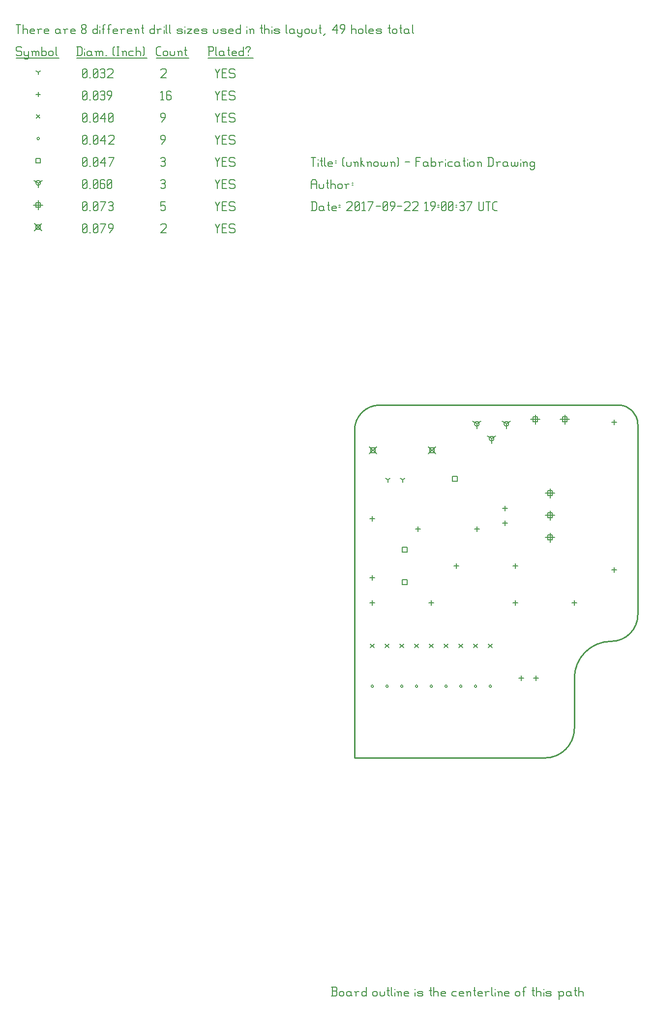
<source format=gbr>
G04 start of page 10 for group -1 layer_idx 16777221 *
G04 Title: (unknown), <virtual group> *
G04 Creator: pcb-rnd 1.2.4 *
G04 CreationDate: 2017-09-22 19:00:37 UTC *
G04 For:  *
G04 Format: Gerber/RS-274X *
G04 PCB-Dimensions: 600000 500000 *
G04 PCB-Coordinate-Origin: lower left *
%MOIN*%
%FSLAX25Y25*%
%LNFAB*%
%ADD76C,0.0100*%
%ADD75C,0.0075*%
%ADD74C,0.0060*%
%ADD73C,0.0080*%
G54D73*X239600Y362560D02*X244400Y357760D01*
X239600D02*X244400Y362560D01*
X240400Y361760D02*X243600D01*
X240400D02*Y358560D01*
X243600D01*
Y361760D02*Y358560D01*
X279600Y362560D02*X284400Y357760D01*
X279600D02*X284400Y362560D01*
X280400Y361760D02*X283600D01*
X280400D02*Y358560D01*
X283600D01*
Y361760D02*Y358560D01*
X12600Y513650D02*X17400Y508850D01*
X12600D02*X17400Y513650D01*
X13400Y512850D02*X16600D01*
X13400D02*Y509650D01*
X16600D01*
Y512850D02*Y509650D01*
G54D74*X135000Y513500D02*X136500Y510500D01*
X138000Y513500D01*
X136500Y510500D02*Y507500D01*
X139800Y510800D02*X142050D01*
X139800Y507500D02*X142800D01*
X139800Y513500D02*Y507500D01*
Y513500D02*X142800D01*
X147600D02*X148350Y512750D01*
X145350Y513500D02*X147600D01*
X144600Y512750D02*X145350Y513500D01*
X144600Y512750D02*Y511250D01*
X145350Y510500D01*
X147600D01*
X148350Y509750D01*
Y508250D01*
X147600Y507500D02*X148350Y508250D01*
X145350Y507500D02*X147600D01*
X144600Y508250D02*X145350Y507500D01*
X98000Y512750D02*X98750Y513500D01*
X101000D01*
X101750Y512750D01*
Y511250D01*
X98000Y507500D02*X101750Y511250D01*
X98000Y507500D02*X101750D01*
X45000Y508250D02*X45750Y507500D01*
X45000Y512750D02*Y508250D01*
Y512750D02*X45750Y513500D01*
X47250D01*
X48000Y512750D01*
Y508250D01*
X47250Y507500D02*X48000Y508250D01*
X45750Y507500D02*X47250D01*
X45000Y509000D02*X48000Y512000D01*
X49800Y507500D02*X50550D01*
X52350Y508250D02*X53100Y507500D01*
X52350Y512750D02*Y508250D01*
Y512750D02*X53100Y513500D01*
X54600D01*
X55350Y512750D01*
Y508250D01*
X54600Y507500D02*X55350Y508250D01*
X53100Y507500D02*X54600D01*
X52350Y509000D02*X55350Y512000D01*
X57900Y507500D02*X60900Y513500D01*
X57150D02*X60900D01*
X63450Y507500D02*X65700Y510500D01*
Y512750D02*Y510500D01*
X64950Y513500D02*X65700Y512750D01*
X63450Y513500D02*X64950D01*
X62700Y512750D02*X63450Y513500D01*
X62700Y512750D02*Y511250D01*
X63450Y510500D01*
X65700D01*
X372000Y384200D02*Y377800D01*
X368800Y381000D02*X375200D01*
X370400Y382600D02*X373600D01*
X370400D02*Y379400D01*
X373600D01*
Y382600D02*Y379400D01*
X352000Y384200D02*Y377800D01*
X348800Y381000D02*X355200D01*
X350400Y382600D02*X353600D01*
X350400D02*Y379400D01*
X353600D01*
Y382600D02*Y379400D01*
X362000Y334200D02*Y327800D01*
X358800Y331000D02*X365200D01*
X360400Y332600D02*X363600D01*
X360400D02*Y329400D01*
X363600D01*
Y332600D02*Y329400D01*
X362000Y319200D02*Y312800D01*
X358800Y316000D02*X365200D01*
X360400Y317600D02*X363600D01*
X360400D02*Y314400D01*
X363600D01*
Y317600D02*Y314400D01*
X362000Y304200D02*Y297800D01*
X358800Y301000D02*X365200D01*
X360400Y302600D02*X363600D01*
X360400D02*Y299400D01*
X363600D01*
Y302600D02*Y299400D01*
X15000Y529450D02*Y523050D01*
X11800Y526250D02*X18200D01*
X13400Y527850D02*X16600D01*
X13400D02*Y524650D01*
X16600D01*
Y527850D02*Y524650D01*
X135000Y528500D02*X136500Y525500D01*
X138000Y528500D01*
X136500Y525500D02*Y522500D01*
X139800Y525800D02*X142050D01*
X139800Y522500D02*X142800D01*
X139800Y528500D02*Y522500D01*
Y528500D02*X142800D01*
X147600D02*X148350Y527750D01*
X145350Y528500D02*X147600D01*
X144600Y527750D02*X145350Y528500D01*
X144600Y527750D02*Y526250D01*
X145350Y525500D01*
X147600D01*
X148350Y524750D01*
Y523250D01*
X147600Y522500D02*X148350Y523250D01*
X145350Y522500D02*X147600D01*
X144600Y523250D02*X145350Y522500D01*
X98000Y528500D02*X101000D01*
X98000D02*Y525500D01*
X98750Y526250D01*
X100250D01*
X101000Y525500D01*
Y523250D01*
X100250Y522500D02*X101000Y523250D01*
X98750Y522500D02*X100250D01*
X98000Y523250D02*X98750Y522500D01*
X45000Y523250D02*X45750Y522500D01*
X45000Y527750D02*Y523250D01*
Y527750D02*X45750Y528500D01*
X47250D01*
X48000Y527750D01*
Y523250D01*
X47250Y522500D02*X48000Y523250D01*
X45750Y522500D02*X47250D01*
X45000Y524000D02*X48000Y527000D01*
X49800Y522500D02*X50550D01*
X52350Y523250D02*X53100Y522500D01*
X52350Y527750D02*Y523250D01*
Y527750D02*X53100Y528500D01*
X54600D01*
X55350Y527750D01*
Y523250D01*
X54600Y522500D02*X55350Y523250D01*
X53100Y522500D02*X54600D01*
X52350Y524000D02*X55350Y527000D01*
X57900Y522500D02*X60900Y528500D01*
X57150D02*X60900D01*
X62700Y527750D02*X63450Y528500D01*
X64950D01*
X65700Y527750D01*
X64950Y522500D02*X65700Y523250D01*
X63450Y522500D02*X64950D01*
X62700Y523250D02*X63450Y522500D01*
Y525800D02*X64950D01*
X65700Y527750D02*Y526550D01*
Y525050D02*Y523250D01*
Y525050D02*X64950Y525800D01*
X65700Y526550D02*X64950Y525800D01*
X312387Y378000D02*Y374800D01*
Y378000D02*X315160Y379600D01*
X312387Y378000D02*X309614Y379600D01*
X310787Y378000D02*G75*G03X313987Y378000I1600J0D01*G01*
G75*G03X310787Y378000I-1600J0D01*G01*
X322387Y368000D02*Y364800D01*
Y368000D02*X325160Y369600D01*
X322387Y368000D02*X319614Y369600D01*
X320787Y368000D02*G75*G03X323987Y368000I1600J0D01*G01*
G75*G03X320787Y368000I-1600J0D01*G01*
X332387Y378000D02*Y374800D01*
Y378000D02*X335160Y379600D01*
X332387Y378000D02*X329614Y379600D01*
X330787Y378000D02*G75*G03X333987Y378000I1600J0D01*G01*
G75*G03X330787Y378000I-1600J0D01*G01*
X15000Y541250D02*Y538050D01*
Y541250D02*X17773Y542850D01*
X15000Y541250D02*X12227Y542850D01*
X13400Y541250D02*G75*G03X16600Y541250I1600J0D01*G01*
G75*G03X13400Y541250I-1600J0D01*G01*
X135000Y543500D02*X136500Y540500D01*
X138000Y543500D01*
X136500Y540500D02*Y537500D01*
X139800Y540800D02*X142050D01*
X139800Y537500D02*X142800D01*
X139800Y543500D02*Y537500D01*
Y543500D02*X142800D01*
X147600D02*X148350Y542750D01*
X145350Y543500D02*X147600D01*
X144600Y542750D02*X145350Y543500D01*
X144600Y542750D02*Y541250D01*
X145350Y540500D01*
X147600D01*
X148350Y539750D01*
Y538250D01*
X147600Y537500D02*X148350Y538250D01*
X145350Y537500D02*X147600D01*
X144600Y538250D02*X145350Y537500D01*
X98000Y542750D02*X98750Y543500D01*
X100250D01*
X101000Y542750D01*
X100250Y537500D02*X101000Y538250D01*
X98750Y537500D02*X100250D01*
X98000Y538250D02*X98750Y537500D01*
Y540800D02*X100250D01*
X101000Y542750D02*Y541550D01*
Y540050D02*Y538250D01*
Y540050D02*X100250Y540800D01*
X101000Y541550D02*X100250Y540800D01*
X45000Y538250D02*X45750Y537500D01*
X45000Y542750D02*Y538250D01*
Y542750D02*X45750Y543500D01*
X47250D01*
X48000Y542750D01*
Y538250D01*
X47250Y537500D02*X48000Y538250D01*
X45750Y537500D02*X47250D01*
X45000Y539000D02*X48000Y542000D01*
X49800Y537500D02*X50550D01*
X52350Y538250D02*X53100Y537500D01*
X52350Y542750D02*Y538250D01*
Y542750D02*X53100Y543500D01*
X54600D01*
X55350Y542750D01*
Y538250D01*
X54600Y537500D02*X55350Y538250D01*
X53100Y537500D02*X54600D01*
X52350Y539000D02*X55350Y542000D01*
X59400Y543500D02*X60150Y542750D01*
X57900Y543500D02*X59400D01*
X57150Y542750D02*X57900Y543500D01*
X57150Y542750D02*Y538250D01*
X57900Y537500D01*
X59400Y540800D02*X60150Y540050D01*
X57150Y540800D02*X59400D01*
X57900Y537500D02*X59400D01*
X60150Y538250D01*
Y540050D02*Y538250D01*
X61950D02*X62700Y537500D01*
X61950Y542750D02*Y538250D01*
Y542750D02*X62700Y543500D01*
X64200D01*
X64950Y542750D01*
Y538250D01*
X64200Y537500D02*X64950Y538250D01*
X62700Y537500D02*X64200D01*
X61950Y539000D02*X64950Y542000D01*
X261900Y272260D02*X265100D01*
X261900D02*Y269060D01*
X265100D01*
Y272260D02*Y269060D01*
X295900Y342260D02*X299100D01*
X295900D02*Y339060D01*
X299100D01*
Y342260D02*Y339060D01*
X261900Y294260D02*X265100D01*
X261900D02*Y291060D01*
X265100D01*
Y294260D02*Y291060D01*
X13400Y557850D02*X16600D01*
X13400D02*Y554650D01*
X16600D01*
Y557850D02*Y554650D01*
X135000Y558500D02*X136500Y555500D01*
X138000Y558500D01*
X136500Y555500D02*Y552500D01*
X139800Y555800D02*X142050D01*
X139800Y552500D02*X142800D01*
X139800Y558500D02*Y552500D01*
Y558500D02*X142800D01*
X147600D02*X148350Y557750D01*
X145350Y558500D02*X147600D01*
X144600Y557750D02*X145350Y558500D01*
X144600Y557750D02*Y556250D01*
X145350Y555500D01*
X147600D01*
X148350Y554750D01*
Y553250D01*
X147600Y552500D02*X148350Y553250D01*
X145350Y552500D02*X147600D01*
X144600Y553250D02*X145350Y552500D01*
X98000Y557750D02*X98750Y558500D01*
X100250D01*
X101000Y557750D01*
X100250Y552500D02*X101000Y553250D01*
X98750Y552500D02*X100250D01*
X98000Y553250D02*X98750Y552500D01*
Y555800D02*X100250D01*
X101000Y557750D02*Y556550D01*
Y555050D02*Y553250D01*
Y555050D02*X100250Y555800D01*
X101000Y556550D02*X100250Y555800D01*
X45000Y553250D02*X45750Y552500D01*
X45000Y557750D02*Y553250D01*
Y557750D02*X45750Y558500D01*
X47250D01*
X48000Y557750D01*
Y553250D01*
X47250Y552500D02*X48000Y553250D01*
X45750Y552500D02*X47250D01*
X45000Y554000D02*X48000Y557000D01*
X49800Y552500D02*X50550D01*
X52350Y553250D02*X53100Y552500D01*
X52350Y557750D02*Y553250D01*
Y557750D02*X53100Y558500D01*
X54600D01*
X55350Y557750D01*
Y553250D01*
X54600Y552500D02*X55350Y553250D01*
X53100Y552500D02*X54600D01*
X52350Y554000D02*X55350Y557000D01*
X57150Y554750D02*X60150Y558500D01*
X57150Y554750D02*X60900D01*
X60150Y558500D02*Y552500D01*
X63450D02*X66450Y558500D01*
X62700D02*X66450D01*
X320701Y200273D02*G75*G03X322301Y200273I800J0D01*G01*
G75*G03X320701Y200273I-800J0D01*G01*
X310701D02*G75*G03X312301Y200273I800J0D01*G01*
G75*G03X310701Y200273I-800J0D01*G01*
X300701D02*G75*G03X302301Y200273I800J0D01*G01*
G75*G03X300701Y200273I-800J0D01*G01*
X290701D02*G75*G03X292301Y200273I800J0D01*G01*
G75*G03X290701Y200273I-800J0D01*G01*
X280701D02*G75*G03X282301Y200273I800J0D01*G01*
G75*G03X280701Y200273I-800J0D01*G01*
X270701D02*G75*G03X272301Y200273I800J0D01*G01*
G75*G03X270701Y200273I-800J0D01*G01*
X260701D02*G75*G03X262301Y200273I800J0D01*G01*
G75*G03X260701Y200273I-800J0D01*G01*
X250701D02*G75*G03X252301Y200273I800J0D01*G01*
G75*G03X250701Y200273I-800J0D01*G01*
X240701D02*G75*G03X242301Y200273I800J0D01*G01*
G75*G03X240701Y200273I-800J0D01*G01*
X14200Y571250D02*G75*G03X15800Y571250I800J0D01*G01*
G75*G03X14200Y571250I-800J0D01*G01*
X135000Y573500D02*X136500Y570500D01*
X138000Y573500D01*
X136500Y570500D02*Y567500D01*
X139800Y570800D02*X142050D01*
X139800Y567500D02*X142800D01*
X139800Y573500D02*Y567500D01*
Y573500D02*X142800D01*
X147600D02*X148350Y572750D01*
X145350Y573500D02*X147600D01*
X144600Y572750D02*X145350Y573500D01*
X144600Y572750D02*Y571250D01*
X145350Y570500D01*
X147600D01*
X148350Y569750D01*
Y568250D01*
X147600Y567500D02*X148350Y568250D01*
X145350Y567500D02*X147600D01*
X144600Y568250D02*X145350Y567500D01*
X98750D02*X101000Y570500D01*
Y572750D02*Y570500D01*
X100250Y573500D02*X101000Y572750D01*
X98750Y573500D02*X100250D01*
X98000Y572750D02*X98750Y573500D01*
X98000Y572750D02*Y571250D01*
X98750Y570500D01*
X101000D01*
X45000Y568250D02*X45750Y567500D01*
X45000Y572750D02*Y568250D01*
Y572750D02*X45750Y573500D01*
X47250D01*
X48000Y572750D01*
Y568250D01*
X47250Y567500D02*X48000Y568250D01*
X45750Y567500D02*X47250D01*
X45000Y569000D02*X48000Y572000D01*
X49800Y567500D02*X50550D01*
X52350Y568250D02*X53100Y567500D01*
X52350Y572750D02*Y568250D01*
Y572750D02*X53100Y573500D01*
X54600D01*
X55350Y572750D01*
Y568250D01*
X54600Y567500D02*X55350Y568250D01*
X53100Y567500D02*X54600D01*
X52350Y569000D02*X55350Y572000D01*
X57150Y569750D02*X60150Y573500D01*
X57150Y569750D02*X60900D01*
X60150Y573500D02*Y567500D01*
X62700Y572750D02*X63450Y573500D01*
X65700D01*
X66450Y572750D01*
Y571250D01*
X62700Y567500D02*X66450Y571250D01*
X62700Y567500D02*X66450D01*
X240300Y228860D02*X242700Y226460D01*
X240300D02*X242700Y228860D01*
X250300D02*X252700Y226460D01*
X250300D02*X252700Y228860D01*
X260300D02*X262700Y226460D01*
X260300D02*X262700Y228860D01*
X270300D02*X272700Y226460D01*
X270300D02*X272700Y228860D01*
X280300D02*X282700Y226460D01*
X280300D02*X282700Y228860D01*
X290300D02*X292700Y226460D01*
X290300D02*X292700Y228860D01*
X300300D02*X302700Y226460D01*
X300300D02*X302700Y228860D01*
X310300D02*X312700Y226460D01*
X310300D02*X312700Y228860D01*
X320300D02*X322700Y226460D01*
X320300D02*X322700Y228860D01*
X13800Y587450D02*X16200Y585050D01*
X13800D02*X16200Y587450D01*
X135000Y588500D02*X136500Y585500D01*
X138000Y588500D01*
X136500Y585500D02*Y582500D01*
X139800Y585800D02*X142050D01*
X139800Y582500D02*X142800D01*
X139800Y588500D02*Y582500D01*
Y588500D02*X142800D01*
X147600D02*X148350Y587750D01*
X145350Y588500D02*X147600D01*
X144600Y587750D02*X145350Y588500D01*
X144600Y587750D02*Y586250D01*
X145350Y585500D01*
X147600D01*
X148350Y584750D01*
Y583250D01*
X147600Y582500D02*X148350Y583250D01*
X145350Y582500D02*X147600D01*
X144600Y583250D02*X145350Y582500D01*
X98750D02*X101000Y585500D01*
Y587750D02*Y585500D01*
X100250Y588500D02*X101000Y587750D01*
X98750Y588500D02*X100250D01*
X98000Y587750D02*X98750Y588500D01*
X98000Y587750D02*Y586250D01*
X98750Y585500D01*
X101000D01*
X45000Y583250D02*X45750Y582500D01*
X45000Y587750D02*Y583250D01*
Y587750D02*X45750Y588500D01*
X47250D01*
X48000Y587750D01*
Y583250D01*
X47250Y582500D02*X48000Y583250D01*
X45750Y582500D02*X47250D01*
X45000Y584000D02*X48000Y587000D01*
X49800Y582500D02*X50550D01*
X52350Y583250D02*X53100Y582500D01*
X52350Y587750D02*Y583250D01*
Y587750D02*X53100Y588500D01*
X54600D01*
X55350Y587750D01*
Y583250D01*
X54600Y582500D02*X55350Y583250D01*
X53100Y582500D02*X54600D01*
X52350Y584000D02*X55350Y587000D01*
X57150Y584750D02*X60150Y588500D01*
X57150Y584750D02*X60900D01*
X60150Y588500D02*Y582500D01*
X62700Y583250D02*X63450Y582500D01*
X62700Y587750D02*Y583250D01*
Y587750D02*X63450Y588500D01*
X64950D01*
X65700Y587750D01*
Y583250D01*
X64950Y582500D02*X65700Y583250D01*
X63450Y582500D02*X64950D01*
X62700Y584000D02*X65700Y587000D01*
X331500Y322260D02*Y319060D01*
X329900Y320660D02*X333100D01*
X331500Y312260D02*Y309060D01*
X329900Y310660D02*X333100D01*
X342500Y207260D02*Y204060D01*
X340900Y205660D02*X344100D01*
X352500Y207260D02*Y204060D01*
X350900Y205660D02*X354100D01*
X405500Y380760D02*Y377560D01*
X403900Y379160D02*X407100D01*
X405500Y280760D02*Y277560D01*
X403900Y279160D02*X407100D01*
X241500Y315260D02*Y312060D01*
X239900Y313660D02*X243100D01*
X241500Y275260D02*Y272060D01*
X239900Y273660D02*X243100D01*
X338500Y258260D02*Y255060D01*
X336900Y256660D02*X340100D01*
X378500Y258260D02*Y255060D01*
X376900Y256660D02*X380100D01*
X241500Y258260D02*Y255060D01*
X239900Y256660D02*X243100D01*
X281500Y258260D02*Y255060D01*
X279900Y256660D02*X283100D01*
X298500Y283260D02*Y280060D01*
X296900Y281660D02*X300100D01*
X338500Y283260D02*Y280060D01*
X336900Y281660D02*X340100D01*
X272500Y308260D02*Y305060D01*
X270900Y306660D02*X274100D01*
X312500Y308260D02*Y305060D01*
X310900Y306660D02*X314100D01*
X15000Y602850D02*Y599650D01*
X13400Y601250D02*X16600D01*
X135000Y603500D02*X136500Y600500D01*
X138000Y603500D01*
X136500Y600500D02*Y597500D01*
X139800Y600800D02*X142050D01*
X139800Y597500D02*X142800D01*
X139800Y603500D02*Y597500D01*
Y603500D02*X142800D01*
X147600D02*X148350Y602750D01*
X145350Y603500D02*X147600D01*
X144600Y602750D02*X145350Y603500D01*
X144600Y602750D02*Y601250D01*
X145350Y600500D01*
X147600D01*
X148350Y599750D01*
Y598250D01*
X147600Y597500D02*X148350Y598250D01*
X145350Y597500D02*X147600D01*
X144600Y598250D02*X145350Y597500D01*
X98000Y602300D02*X99200Y603500D01*
Y597500D01*
X98000D02*X100250D01*
X104300Y603500D02*X105050Y602750D01*
X102800Y603500D02*X104300D01*
X102050Y602750D02*X102800Y603500D01*
X102050Y602750D02*Y598250D01*
X102800Y597500D01*
X104300Y600800D02*X105050Y600050D01*
X102050Y600800D02*X104300D01*
X102800Y597500D02*X104300D01*
X105050Y598250D01*
Y600050D02*Y598250D01*
X45000D02*X45750Y597500D01*
X45000Y602750D02*Y598250D01*
Y602750D02*X45750Y603500D01*
X47250D01*
X48000Y602750D01*
Y598250D01*
X47250Y597500D02*X48000Y598250D01*
X45750Y597500D02*X47250D01*
X45000Y599000D02*X48000Y602000D01*
X49800Y597500D02*X50550D01*
X52350Y598250D02*X53100Y597500D01*
X52350Y602750D02*Y598250D01*
Y602750D02*X53100Y603500D01*
X54600D01*
X55350Y602750D01*
Y598250D01*
X54600Y597500D02*X55350Y598250D01*
X53100Y597500D02*X54600D01*
X52350Y599000D02*X55350Y602000D01*
X57150Y602750D02*X57900Y603500D01*
X59400D01*
X60150Y602750D01*
X59400Y597500D02*X60150Y598250D01*
X57900Y597500D02*X59400D01*
X57150Y598250D02*X57900Y597500D01*
Y600800D02*X59400D01*
X60150Y602750D02*Y601550D01*
Y600050D02*Y598250D01*
Y600050D02*X59400Y600800D01*
X60150Y601550D02*X59400Y600800D01*
X62700Y597500D02*X64950Y600500D01*
Y602750D02*Y600500D01*
X64200Y603500D02*X64950Y602750D01*
X62700Y603500D02*X64200D01*
X61950Y602750D02*X62700Y603500D01*
X61950Y602750D02*Y601250D01*
X62700Y600500D01*
X64950D01*
X252000Y340160D02*Y338560D01*
Y340160D02*X253387Y340960D01*
X252000Y340160D02*X250613Y340960D01*
X262000Y340160D02*Y338560D01*
Y340160D02*X263387Y340960D01*
X262000Y340160D02*X260613Y340960D01*
X15000Y616250D02*Y614650D01*
Y616250D02*X16387Y617050D01*
X15000Y616250D02*X13613Y617050D01*
X135000Y618500D02*X136500Y615500D01*
X138000Y618500D01*
X136500Y615500D02*Y612500D01*
X139800Y615800D02*X142050D01*
X139800Y612500D02*X142800D01*
X139800Y618500D02*Y612500D01*
Y618500D02*X142800D01*
X147600D02*X148350Y617750D01*
X145350Y618500D02*X147600D01*
X144600Y617750D02*X145350Y618500D01*
X144600Y617750D02*Y616250D01*
X145350Y615500D01*
X147600D01*
X148350Y614750D01*
Y613250D01*
X147600Y612500D02*X148350Y613250D01*
X145350Y612500D02*X147600D01*
X144600Y613250D02*X145350Y612500D01*
X98000Y617750D02*X98750Y618500D01*
X101000D01*
X101750Y617750D01*
Y616250D01*
X98000Y612500D02*X101750Y616250D01*
X98000Y612500D02*X101750D01*
X45000Y613250D02*X45750Y612500D01*
X45000Y617750D02*Y613250D01*
Y617750D02*X45750Y618500D01*
X47250D01*
X48000Y617750D01*
Y613250D01*
X47250Y612500D02*X48000Y613250D01*
X45750Y612500D02*X47250D01*
X45000Y614000D02*X48000Y617000D01*
X49800Y612500D02*X50550D01*
X52350Y613250D02*X53100Y612500D01*
X52350Y617750D02*Y613250D01*
Y617750D02*X53100Y618500D01*
X54600D01*
X55350Y617750D01*
Y613250D01*
X54600Y612500D02*X55350Y613250D01*
X53100Y612500D02*X54600D01*
X52350Y614000D02*X55350Y617000D01*
X57150Y617750D02*X57900Y618500D01*
X59400D01*
X60150Y617750D01*
X59400Y612500D02*X60150Y613250D01*
X57900Y612500D02*X59400D01*
X57150Y613250D02*X57900Y612500D01*
Y615800D02*X59400D01*
X60150Y617750D02*Y616550D01*
Y615050D02*Y613250D01*
Y615050D02*X59400Y615800D01*
X60150Y616550D02*X59400Y615800D01*
X61950Y617750D02*X62700Y618500D01*
X64950D01*
X65700Y617750D01*
Y616250D01*
X61950Y612500D02*X65700Y616250D01*
X61950Y612500D02*X65700D01*
X3000Y633500D02*X3750Y632750D01*
X750Y633500D02*X3000D01*
X0Y632750D02*X750Y633500D01*
X0Y632750D02*Y631250D01*
X750Y630500D01*
X3000D01*
X3750Y629750D01*
Y628250D01*
X3000Y627500D02*X3750Y628250D01*
X750Y627500D02*X3000D01*
X0Y628250D02*X750Y627500D01*
X5550Y630500D02*Y628250D01*
X6300Y627500D01*
X8550Y630500D02*Y626000D01*
X7800Y625250D02*X8550Y626000D01*
X6300Y625250D02*X7800D01*
X5550Y626000D02*X6300Y625250D01*
Y627500D02*X7800D01*
X8550Y628250D01*
X11100Y629750D02*Y627500D01*
Y629750D02*X11850Y630500D01*
X12600D01*
X13350Y629750D01*
Y627500D01*
Y629750D02*X14100Y630500D01*
X14850D01*
X15600Y629750D01*
Y627500D01*
X10350Y630500D02*X11100Y629750D01*
X17400Y633500D02*Y627500D01*
Y628250D02*X18150Y627500D01*
X19650D01*
X20400Y628250D01*
Y629750D02*Y628250D01*
X19650Y630500D02*X20400Y629750D01*
X18150Y630500D02*X19650D01*
X17400Y629750D02*X18150Y630500D01*
X22200Y629750D02*Y628250D01*
Y629750D02*X22950Y630500D01*
X24450D01*
X25200Y629750D01*
Y628250D01*
X24450Y627500D02*X25200Y628250D01*
X22950Y627500D02*X24450D01*
X22200Y628250D02*X22950Y627500D01*
X27000Y633500D02*Y628250D01*
X27750Y627500D01*
X0Y625750D02*X29250D01*
X41750Y633500D02*Y627500D01*
X43700Y633500D02*X44750Y632450D01*
Y628550D01*
X43700Y627500D02*X44750Y628550D01*
X41000Y627500D02*X43700D01*
X41000Y633500D02*X43700D01*
G54D75*X46550Y632000D02*Y631850D01*
G54D74*Y629750D02*Y627500D01*
X50300Y630500D02*X51050Y629750D01*
X48800Y630500D02*X50300D01*
X48050Y629750D02*X48800Y630500D01*
X48050Y629750D02*Y628250D01*
X48800Y627500D01*
X51050Y630500D02*Y628250D01*
X51800Y627500D01*
X48800D02*X50300D01*
X51050Y628250D01*
X54350Y629750D02*Y627500D01*
Y629750D02*X55100Y630500D01*
X55850D01*
X56600Y629750D01*
Y627500D01*
Y629750D02*X57350Y630500D01*
X58100D01*
X58850Y629750D01*
Y627500D01*
X53600Y630500D02*X54350Y629750D01*
X60650Y627500D02*X61400D01*
X65900Y628250D02*X66650Y627500D01*
X65900Y632750D02*X66650Y633500D01*
X65900Y632750D02*Y628250D01*
X68450Y633500D02*X69950D01*
X69200D02*Y627500D01*
X68450D02*X69950D01*
X72500Y629750D02*Y627500D01*
Y629750D02*X73250Y630500D01*
X74000D01*
X74750Y629750D01*
Y627500D01*
X71750Y630500D02*X72500Y629750D01*
X77300Y630500D02*X79550D01*
X76550Y629750D02*X77300Y630500D01*
X76550Y629750D02*Y628250D01*
X77300Y627500D01*
X79550D01*
X81350Y633500D02*Y627500D01*
Y629750D02*X82100Y630500D01*
X83600D01*
X84350Y629750D01*
Y627500D01*
X86150Y633500D02*X86900Y632750D01*
Y628250D01*
X86150Y627500D02*X86900Y628250D01*
X41000Y625750D02*X88700D01*
X96050Y627500D02*X98000D01*
X95000Y628550D02*X96050Y627500D01*
X95000Y632450D02*Y628550D01*
Y632450D02*X96050Y633500D01*
X98000D01*
X99800Y629750D02*Y628250D01*
Y629750D02*X100550Y630500D01*
X102050D01*
X102800Y629750D01*
Y628250D01*
X102050Y627500D02*X102800Y628250D01*
X100550Y627500D02*X102050D01*
X99800Y628250D02*X100550Y627500D01*
X104600Y630500D02*Y628250D01*
X105350Y627500D01*
X106850D01*
X107600Y628250D01*
Y630500D02*Y628250D01*
X110150Y629750D02*Y627500D01*
Y629750D02*X110900Y630500D01*
X111650D01*
X112400Y629750D01*
Y627500D01*
X109400Y630500D02*X110150Y629750D01*
X114950Y633500D02*Y628250D01*
X115700Y627500D01*
X114200Y631250D02*X115700D01*
X95000Y625750D02*X117200D01*
X130750Y633500D02*Y627500D01*
X130000Y633500D02*X133000D01*
X133750Y632750D01*
Y631250D01*
X133000Y630500D02*X133750Y631250D01*
X130750Y630500D02*X133000D01*
X135550Y633500D02*Y628250D01*
X136300Y627500D01*
X140050Y630500D02*X140800Y629750D01*
X138550Y630500D02*X140050D01*
X137800Y629750D02*X138550Y630500D01*
X137800Y629750D02*Y628250D01*
X138550Y627500D01*
X140800Y630500D02*Y628250D01*
X141550Y627500D01*
X138550D02*X140050D01*
X140800Y628250D01*
X144100Y633500D02*Y628250D01*
X144850Y627500D01*
X143350Y631250D02*X144850D01*
X147100Y627500D02*X149350D01*
X146350Y628250D02*X147100Y627500D01*
X146350Y629750D02*Y628250D01*
Y629750D02*X147100Y630500D01*
X148600D01*
X149350Y629750D01*
X146350Y629000D02*X149350D01*
Y629750D02*Y629000D01*
X154150Y633500D02*Y627500D01*
X153400D02*X154150Y628250D01*
X151900Y627500D02*X153400D01*
X151150Y628250D02*X151900Y627500D01*
X151150Y629750D02*Y628250D01*
Y629750D02*X151900Y630500D01*
X153400D01*
X154150Y629750D01*
X157450Y630500D02*Y629750D01*
Y628250D02*Y627500D01*
X155950Y632750D02*Y632000D01*
Y632750D02*X156700Y633500D01*
X158200D01*
X158950Y632750D01*
Y632000D01*
X157450Y630500D02*X158950Y632000D01*
X130000Y625750D02*X160750D01*
X0Y648500D02*X3000D01*
X1500D02*Y642500D01*
X4800Y648500D02*Y642500D01*
Y644750D02*X5550Y645500D01*
X7050D01*
X7800Y644750D01*
Y642500D01*
X10350D02*X12600D01*
X9600Y643250D02*X10350Y642500D01*
X9600Y644750D02*Y643250D01*
Y644750D02*X10350Y645500D01*
X11850D01*
X12600Y644750D01*
X9600Y644000D02*X12600D01*
Y644750D02*Y644000D01*
X15150Y644750D02*Y642500D01*
Y644750D02*X15900Y645500D01*
X17400D01*
X14400D02*X15150Y644750D01*
X19950Y642500D02*X22200D01*
X19200Y643250D02*X19950Y642500D01*
X19200Y644750D02*Y643250D01*
Y644750D02*X19950Y645500D01*
X21450D01*
X22200Y644750D01*
X19200Y644000D02*X22200D01*
Y644750D02*Y644000D01*
X28950Y645500D02*X29700Y644750D01*
X27450Y645500D02*X28950D01*
X26700Y644750D02*X27450Y645500D01*
X26700Y644750D02*Y643250D01*
X27450Y642500D01*
X29700Y645500D02*Y643250D01*
X30450Y642500D01*
X27450D02*X28950D01*
X29700Y643250D01*
X33000Y644750D02*Y642500D01*
Y644750D02*X33750Y645500D01*
X35250D01*
X32250D02*X33000Y644750D01*
X37800Y642500D02*X40050D01*
X37050Y643250D02*X37800Y642500D01*
X37050Y644750D02*Y643250D01*
Y644750D02*X37800Y645500D01*
X39300D01*
X40050Y644750D01*
X37050Y644000D02*X40050D01*
Y644750D02*Y644000D01*
X44550Y643250D02*X45300Y642500D01*
X44550Y644450D02*Y643250D01*
Y644450D02*X45600Y645500D01*
X46500D01*
X47550Y644450D01*
Y643250D01*
X46800Y642500D02*X47550Y643250D01*
X45300Y642500D02*X46800D01*
X44550Y646550D02*X45600Y645500D01*
X44550Y647750D02*Y646550D01*
Y647750D02*X45300Y648500D01*
X46800D01*
X47550Y647750D01*
Y646550D01*
X46500Y645500D02*X47550Y646550D01*
X55050Y648500D02*Y642500D01*
X54300D02*X55050Y643250D01*
X52800Y642500D02*X54300D01*
X52050Y643250D02*X52800Y642500D01*
X52050Y644750D02*Y643250D01*
Y644750D02*X52800Y645500D01*
X54300D01*
X55050Y644750D01*
G54D75*X56850Y647000D02*Y646850D01*
G54D74*Y644750D02*Y642500D01*
X59100Y647750D02*Y642500D01*
Y647750D02*X59850Y648500D01*
X60600D01*
X58350Y645500D02*X59850D01*
X62850Y647750D02*Y642500D01*
Y647750D02*X63600Y648500D01*
X64350D01*
X62100Y645500D02*X63600D01*
X66600Y642500D02*X68850D01*
X65850Y643250D02*X66600Y642500D01*
X65850Y644750D02*Y643250D01*
Y644750D02*X66600Y645500D01*
X68100D01*
X68850Y644750D01*
X65850Y644000D02*X68850D01*
Y644750D02*Y644000D01*
X71400Y644750D02*Y642500D01*
Y644750D02*X72150Y645500D01*
X73650D01*
X70650D02*X71400Y644750D01*
X76200Y642500D02*X78450D01*
X75450Y643250D02*X76200Y642500D01*
X75450Y644750D02*Y643250D01*
Y644750D02*X76200Y645500D01*
X77700D01*
X78450Y644750D01*
X75450Y644000D02*X78450D01*
Y644750D02*Y644000D01*
X81000Y644750D02*Y642500D01*
Y644750D02*X81750Y645500D01*
X82500D01*
X83250Y644750D01*
Y642500D01*
X80250Y645500D02*X81000Y644750D01*
X85800Y648500D02*Y643250D01*
X86550Y642500D01*
X85050Y646250D02*X86550D01*
X93750Y648500D02*Y642500D01*
X93000D02*X93750Y643250D01*
X91500Y642500D02*X93000D01*
X90750Y643250D02*X91500Y642500D01*
X90750Y644750D02*Y643250D01*
Y644750D02*X91500Y645500D01*
X93000D01*
X93750Y644750D01*
X96300D02*Y642500D01*
Y644750D02*X97050Y645500D01*
X98550D01*
X95550D02*X96300Y644750D01*
G54D75*X100350Y647000D02*Y646850D01*
G54D74*Y644750D02*Y642500D01*
X101850Y648500D02*Y643250D01*
X102600Y642500D01*
X104100Y648500D02*Y643250D01*
X104850Y642500D01*
X109800D02*X112050D01*
X112800Y643250D01*
X112050Y644000D02*X112800Y643250D01*
X109800Y644000D02*X112050D01*
X109050Y644750D02*X109800Y644000D01*
X109050Y644750D02*X109800Y645500D01*
X112050D01*
X112800Y644750D01*
X109050Y643250D02*X109800Y642500D01*
G54D75*X114600Y647000D02*Y646850D01*
G54D74*Y644750D02*Y642500D01*
X116100Y645500D02*X119100D01*
X116100Y642500D02*X119100Y645500D01*
X116100Y642500D02*X119100D01*
X121650D02*X123900D01*
X120900Y643250D02*X121650Y642500D01*
X120900Y644750D02*Y643250D01*
Y644750D02*X121650Y645500D01*
X123150D01*
X123900Y644750D01*
X120900Y644000D02*X123900D01*
Y644750D02*Y644000D01*
X126450Y642500D02*X128700D01*
X129450Y643250D01*
X128700Y644000D02*X129450Y643250D01*
X126450Y644000D02*X128700D01*
X125700Y644750D02*X126450Y644000D01*
X125700Y644750D02*X126450Y645500D01*
X128700D01*
X129450Y644750D01*
X125700Y643250D02*X126450Y642500D01*
X133950Y645500D02*Y643250D01*
X134700Y642500D01*
X136200D01*
X136950Y643250D01*
Y645500D02*Y643250D01*
X139500Y642500D02*X141750D01*
X142500Y643250D01*
X141750Y644000D02*X142500Y643250D01*
X139500Y644000D02*X141750D01*
X138750Y644750D02*X139500Y644000D01*
X138750Y644750D02*X139500Y645500D01*
X141750D01*
X142500Y644750D01*
X138750Y643250D02*X139500Y642500D01*
X145050D02*X147300D01*
X144300Y643250D02*X145050Y642500D01*
X144300Y644750D02*Y643250D01*
Y644750D02*X145050Y645500D01*
X146550D01*
X147300Y644750D01*
X144300Y644000D02*X147300D01*
Y644750D02*Y644000D01*
X152100Y648500D02*Y642500D01*
X151350D02*X152100Y643250D01*
X149850Y642500D02*X151350D01*
X149100Y643250D02*X149850Y642500D01*
X149100Y644750D02*Y643250D01*
Y644750D02*X149850Y645500D01*
X151350D01*
X152100Y644750D01*
G54D75*X156600Y647000D02*Y646850D01*
G54D74*Y644750D02*Y642500D01*
X158850Y644750D02*Y642500D01*
Y644750D02*X159600Y645500D01*
X160350D01*
X161100Y644750D01*
Y642500D01*
X158100Y645500D02*X158850Y644750D01*
X166350Y648500D02*Y643250D01*
X167100Y642500D01*
X165600Y646250D02*X167100D01*
X168600Y648500D02*Y642500D01*
Y644750D02*X169350Y645500D01*
X170850D01*
X171600Y644750D01*
Y642500D01*
G54D75*X173400Y647000D02*Y646850D01*
G54D74*Y644750D02*Y642500D01*
X175650D02*X177900D01*
X178650Y643250D01*
X177900Y644000D02*X178650Y643250D01*
X175650Y644000D02*X177900D01*
X174900Y644750D02*X175650Y644000D01*
X174900Y644750D02*X175650Y645500D01*
X177900D01*
X178650Y644750D01*
X174900Y643250D02*X175650Y642500D01*
X183150Y648500D02*Y643250D01*
X183900Y642500D01*
X187650Y645500D02*X188400Y644750D01*
X186150Y645500D02*X187650D01*
X185400Y644750D02*X186150Y645500D01*
X185400Y644750D02*Y643250D01*
X186150Y642500D01*
X188400Y645500D02*Y643250D01*
X189150Y642500D01*
X186150D02*X187650D01*
X188400Y643250D01*
X190950Y645500D02*Y643250D01*
X191700Y642500D01*
X193950Y645500D02*Y641000D01*
X193200Y640250D02*X193950Y641000D01*
X191700Y640250D02*X193200D01*
X190950Y641000D02*X191700Y640250D01*
Y642500D02*X193200D01*
X193950Y643250D01*
X195750Y644750D02*Y643250D01*
Y644750D02*X196500Y645500D01*
X198000D01*
X198750Y644750D01*
Y643250D01*
X198000Y642500D02*X198750Y643250D01*
X196500Y642500D02*X198000D01*
X195750Y643250D02*X196500Y642500D01*
X200550Y645500D02*Y643250D01*
X201300Y642500D01*
X202800D01*
X203550Y643250D01*
Y645500D02*Y643250D01*
X206100Y648500D02*Y643250D01*
X206850Y642500D01*
X205350Y646250D02*X206850D01*
X208350Y641000D02*X209850Y642500D01*
X214350Y644750D02*X217350Y648500D01*
X214350Y644750D02*X218100D01*
X217350Y648500D02*Y642500D01*
X220650D02*X222900Y645500D01*
Y647750D02*Y645500D01*
X222150Y648500D02*X222900Y647750D01*
X220650Y648500D02*X222150D01*
X219900Y647750D02*X220650Y648500D01*
X219900Y647750D02*Y646250D01*
X220650Y645500D01*
X222900D01*
X227400Y648500D02*Y642500D01*
Y644750D02*X228150Y645500D01*
X229650D01*
X230400Y644750D01*
Y642500D01*
X232200Y644750D02*Y643250D01*
Y644750D02*X232950Y645500D01*
X234450D01*
X235200Y644750D01*
Y643250D01*
X234450Y642500D02*X235200Y643250D01*
X232950Y642500D02*X234450D01*
X232200Y643250D02*X232950Y642500D01*
X237000Y648500D02*Y643250D01*
X237750Y642500D01*
X240000D02*X242250D01*
X239250Y643250D02*X240000Y642500D01*
X239250Y644750D02*Y643250D01*
Y644750D02*X240000Y645500D01*
X241500D01*
X242250Y644750D01*
X239250Y644000D02*X242250D01*
Y644750D02*Y644000D01*
X244800Y642500D02*X247050D01*
X247800Y643250D01*
X247050Y644000D02*X247800Y643250D01*
X244800Y644000D02*X247050D01*
X244050Y644750D02*X244800Y644000D01*
X244050Y644750D02*X244800Y645500D01*
X247050D01*
X247800Y644750D01*
X244050Y643250D02*X244800Y642500D01*
X253050Y648500D02*Y643250D01*
X253800Y642500D01*
X252300Y646250D02*X253800D01*
X255300Y644750D02*Y643250D01*
Y644750D02*X256050Y645500D01*
X257550D01*
X258300Y644750D01*
Y643250D01*
X257550Y642500D02*X258300Y643250D01*
X256050Y642500D02*X257550D01*
X255300Y643250D02*X256050Y642500D01*
X260850Y648500D02*Y643250D01*
X261600Y642500D01*
X260100Y646250D02*X261600D01*
X265350Y645500D02*X266100Y644750D01*
X263850Y645500D02*X265350D01*
X263100Y644750D02*X263850Y645500D01*
X263100Y644750D02*Y643250D01*
X263850Y642500D01*
X266100Y645500D02*Y643250D01*
X266850Y642500D01*
X263850D02*X265350D01*
X266100Y643250D01*
X268650Y648500D02*Y643250D01*
X269400Y642500D01*
G54D76*X229500Y151660D02*X358500D01*
X378500Y171660D02*Y205660D01*
X421500Y248660D02*Y377660D01*
X229500Y373660D02*Y151660D01*
X246500Y390660D02*X408500D01*
X421500Y377660D02*G75*G03X408500Y390660I-13000J0D01*G01*
X358500Y151660D02*G75*G03X378500Y171660I0J20000D01*G01*
X403500Y230660D02*G75*G03X421500Y248660I0J18000D01*G01*
X378500Y205660D02*G75*G02X403500Y230660I25000J0D01*G01*
X246500Y390660D02*G75*G03X229500Y373660I0J-17000D01*G01*
G54D74*X213675Y-9500D02*X216675D01*
X217425Y-8750D01*
Y-6950D02*Y-8750D01*
X216675Y-6200D02*X217425Y-6950D01*
X214425Y-6200D02*X216675D01*
X214425Y-3500D02*Y-9500D01*
X213675Y-3500D02*X216675D01*
X217425Y-4250D01*
Y-5450D01*
X216675Y-6200D02*X217425Y-5450D01*
X219225Y-7250D02*Y-8750D01*
Y-7250D02*X219975Y-6500D01*
X221475D01*
X222225Y-7250D01*
Y-8750D01*
X221475Y-9500D02*X222225Y-8750D01*
X219975Y-9500D02*X221475D01*
X219225Y-8750D02*X219975Y-9500D01*
X226275Y-6500D02*X227025Y-7250D01*
X224775Y-6500D02*X226275D01*
X224025Y-7250D02*X224775Y-6500D01*
X224025Y-7250D02*Y-8750D01*
X224775Y-9500D01*
X227025Y-6500D02*Y-8750D01*
X227775Y-9500D01*
X224775D02*X226275D01*
X227025Y-8750D01*
X230325Y-7250D02*Y-9500D01*
Y-7250D02*X231075Y-6500D01*
X232575D01*
X229575D02*X230325Y-7250D01*
X237375Y-3500D02*Y-9500D01*
X236625D02*X237375Y-8750D01*
X235125Y-9500D02*X236625D01*
X234375Y-8750D02*X235125Y-9500D01*
X234375Y-7250D02*Y-8750D01*
Y-7250D02*X235125Y-6500D01*
X236625D01*
X237375Y-7250D01*
X241875D02*Y-8750D01*
Y-7250D02*X242625Y-6500D01*
X244125D01*
X244875Y-7250D01*
Y-8750D01*
X244125Y-9500D02*X244875Y-8750D01*
X242625Y-9500D02*X244125D01*
X241875Y-8750D02*X242625Y-9500D01*
X246675Y-6500D02*Y-8750D01*
X247425Y-9500D01*
X248925D01*
X249675Y-8750D01*
Y-6500D02*Y-8750D01*
X252225Y-3500D02*Y-8750D01*
X252975Y-9500D01*
X251475Y-5750D02*X252975D01*
X254475Y-3500D02*Y-8750D01*
X255225Y-9500D01*
G54D75*X256725Y-5000D02*Y-5150D01*
G54D74*Y-7250D02*Y-9500D01*
X258975Y-7250D02*Y-9500D01*
Y-7250D02*X259725Y-6500D01*
X260475D01*
X261225Y-7250D01*
Y-9500D01*
X258225Y-6500D02*X258975Y-7250D01*
X263775Y-9500D02*X266025D01*
X263025Y-8750D02*X263775Y-9500D01*
X263025Y-7250D02*Y-8750D01*
Y-7250D02*X263775Y-6500D01*
X265275D01*
X266025Y-7250D01*
X263025Y-8000D02*X266025D01*
Y-7250D02*Y-8000D01*
G54D75*X270525Y-5000D02*Y-5150D01*
G54D74*Y-7250D02*Y-9500D01*
X272775D02*X275025D01*
X275775Y-8750D01*
X275025Y-8000D02*X275775Y-8750D01*
X272775Y-8000D02*X275025D01*
X272025Y-7250D02*X272775Y-8000D01*
X272025Y-7250D02*X272775Y-6500D01*
X275025D01*
X275775Y-7250D01*
X272025Y-8750D02*X272775Y-9500D01*
X281025Y-3500D02*Y-8750D01*
X281775Y-9500D01*
X280275Y-5750D02*X281775D01*
X283275Y-3500D02*Y-9500D01*
Y-7250D02*X284025Y-6500D01*
X285525D01*
X286275Y-7250D01*
Y-9500D01*
X288825D02*X291075D01*
X288075Y-8750D02*X288825Y-9500D01*
X288075Y-7250D02*Y-8750D01*
Y-7250D02*X288825Y-6500D01*
X290325D01*
X291075Y-7250D01*
X288075Y-8000D02*X291075D01*
Y-7250D02*Y-8000D01*
X296325Y-6500D02*X298575D01*
X295575Y-7250D02*X296325Y-6500D01*
X295575Y-7250D02*Y-8750D01*
X296325Y-9500D01*
X298575D01*
X301125D02*X303375D01*
X300375Y-8750D02*X301125Y-9500D01*
X300375Y-7250D02*Y-8750D01*
Y-7250D02*X301125Y-6500D01*
X302625D01*
X303375Y-7250D01*
X300375Y-8000D02*X303375D01*
Y-7250D02*Y-8000D01*
X305925Y-7250D02*Y-9500D01*
Y-7250D02*X306675Y-6500D01*
X307425D01*
X308175Y-7250D01*
Y-9500D01*
X305175Y-6500D02*X305925Y-7250D01*
X310725Y-3500D02*Y-8750D01*
X311475Y-9500D01*
X309975Y-5750D02*X311475D01*
X313725Y-9500D02*X315975D01*
X312975Y-8750D02*X313725Y-9500D01*
X312975Y-7250D02*Y-8750D01*
Y-7250D02*X313725Y-6500D01*
X315225D01*
X315975Y-7250D01*
X312975Y-8000D02*X315975D01*
Y-7250D02*Y-8000D01*
X318525Y-7250D02*Y-9500D01*
Y-7250D02*X319275Y-6500D01*
X320775D01*
X317775D02*X318525Y-7250D01*
X322575Y-3500D02*Y-8750D01*
X323325Y-9500D01*
G54D75*X324825Y-5000D02*Y-5150D01*
G54D74*Y-7250D02*Y-9500D01*
X327075Y-7250D02*Y-9500D01*
Y-7250D02*X327825Y-6500D01*
X328575D01*
X329325Y-7250D01*
Y-9500D01*
X326325Y-6500D02*X327075Y-7250D01*
X331875Y-9500D02*X334125D01*
X331125Y-8750D02*X331875Y-9500D01*
X331125Y-7250D02*Y-8750D01*
Y-7250D02*X331875Y-6500D01*
X333375D01*
X334125Y-7250D01*
X331125Y-8000D02*X334125D01*
Y-7250D02*Y-8000D01*
X338625Y-7250D02*Y-8750D01*
Y-7250D02*X339375Y-6500D01*
X340875D01*
X341625Y-7250D01*
Y-8750D01*
X340875Y-9500D02*X341625Y-8750D01*
X339375Y-9500D02*X340875D01*
X338625Y-8750D02*X339375Y-9500D01*
X344175Y-4250D02*Y-9500D01*
Y-4250D02*X344925Y-3500D01*
X345675D01*
X343425Y-6500D02*X344925D01*
X350625Y-3500D02*Y-8750D01*
X351375Y-9500D01*
X349875Y-5750D02*X351375D01*
X352875Y-3500D02*Y-9500D01*
Y-7250D02*X353625Y-6500D01*
X355125D01*
X355875Y-7250D01*
Y-9500D01*
G54D75*X357675Y-5000D02*Y-5150D01*
G54D74*Y-7250D02*Y-9500D01*
X359925D02*X362175D01*
X362925Y-8750D01*
X362175Y-8000D02*X362925Y-8750D01*
X359925Y-8000D02*X362175D01*
X359175Y-7250D02*X359925Y-8000D01*
X359175Y-7250D02*X359925Y-6500D01*
X362175D01*
X362925Y-7250D01*
X359175Y-8750D02*X359925Y-9500D01*
X368175Y-7250D02*Y-11750D01*
X367425Y-6500D02*X368175Y-7250D01*
X368925Y-6500D01*
X370425D01*
X371175Y-7250D01*
Y-8750D01*
X370425Y-9500D02*X371175Y-8750D01*
X368925Y-9500D02*X370425D01*
X368175Y-8750D02*X368925Y-9500D01*
X375225Y-6500D02*X375975Y-7250D01*
X373725Y-6500D02*X375225D01*
X372975Y-7250D02*X373725Y-6500D01*
X372975Y-7250D02*Y-8750D01*
X373725Y-9500D01*
X375975Y-6500D02*Y-8750D01*
X376725Y-9500D01*
X373725D02*X375225D01*
X375975Y-8750D01*
X379275Y-3500D02*Y-8750D01*
X380025Y-9500D01*
X378525Y-5750D02*X380025D01*
X381525Y-3500D02*Y-9500D01*
Y-7250D02*X382275Y-6500D01*
X383775D01*
X384525Y-7250D01*
Y-9500D01*
X200750Y528500D02*Y522500D01*
X202700Y528500D02*X203750Y527450D01*
Y523550D01*
X202700Y522500D02*X203750Y523550D01*
X200000Y522500D02*X202700D01*
X200000Y528500D02*X202700D01*
X207800Y525500D02*X208550Y524750D01*
X206300Y525500D02*X207800D01*
X205550Y524750D02*X206300Y525500D01*
X205550Y524750D02*Y523250D01*
X206300Y522500D01*
X208550Y525500D02*Y523250D01*
X209300Y522500D01*
X206300D02*X207800D01*
X208550Y523250D01*
X211850Y528500D02*Y523250D01*
X212600Y522500D01*
X211100Y526250D02*X212600D01*
X214850Y522500D02*X217100D01*
X214100Y523250D02*X214850Y522500D01*
X214100Y524750D02*Y523250D01*
Y524750D02*X214850Y525500D01*
X216350D01*
X217100Y524750D01*
X214100Y524000D02*X217100D01*
Y524750D02*Y524000D01*
X218900Y526250D02*X219650D01*
X218900Y524750D02*X219650D01*
X224150Y527750D02*X224900Y528500D01*
X227150D01*
X227900Y527750D01*
Y526250D01*
X224150Y522500D02*X227900Y526250D01*
X224150Y522500D02*X227900D01*
X229700Y523250D02*X230450Y522500D01*
X229700Y527750D02*Y523250D01*
Y527750D02*X230450Y528500D01*
X231950D01*
X232700Y527750D01*
Y523250D01*
X231950Y522500D02*X232700Y523250D01*
X230450Y522500D02*X231950D01*
X229700Y524000D02*X232700Y527000D01*
X234500Y527300D02*X235700Y528500D01*
Y522500D01*
X234500D02*X236750D01*
X239300D02*X242300Y528500D01*
X238550D02*X242300D01*
X244100Y525500D02*X247100D01*
X248900Y523250D02*X249650Y522500D01*
X248900Y527750D02*Y523250D01*
Y527750D02*X249650Y528500D01*
X251150D01*
X251900Y527750D01*
Y523250D01*
X251150Y522500D02*X251900Y523250D01*
X249650Y522500D02*X251150D01*
X248900Y524000D02*X251900Y527000D01*
X254450Y522500D02*X256700Y525500D01*
Y527750D02*Y525500D01*
X255950Y528500D02*X256700Y527750D01*
X254450Y528500D02*X255950D01*
X253700Y527750D02*X254450Y528500D01*
X253700Y527750D02*Y526250D01*
X254450Y525500D01*
X256700D01*
X258500D02*X261500D01*
X263300Y527750D02*X264050Y528500D01*
X266300D01*
X267050Y527750D01*
Y526250D01*
X263300Y522500D02*X267050Y526250D01*
X263300Y522500D02*X267050D01*
X268850Y527750D02*X269600Y528500D01*
X271850D01*
X272600Y527750D01*
Y526250D01*
X268850Y522500D02*X272600Y526250D01*
X268850Y522500D02*X272600D01*
X277100Y527300D02*X278300Y528500D01*
Y522500D01*
X277100D02*X279350D01*
X281900D02*X284150Y525500D01*
Y527750D02*Y525500D01*
X283400Y528500D02*X284150Y527750D01*
X281900Y528500D02*X283400D01*
X281150Y527750D02*X281900Y528500D01*
X281150Y527750D02*Y526250D01*
X281900Y525500D01*
X284150D01*
X285950Y526250D02*X286700D01*
X285950Y524750D02*X286700D01*
X288500Y523250D02*X289250Y522500D01*
X288500Y527750D02*Y523250D01*
Y527750D02*X289250Y528500D01*
X290750D01*
X291500Y527750D01*
Y523250D01*
X290750Y522500D02*X291500Y523250D01*
X289250Y522500D02*X290750D01*
X288500Y524000D02*X291500Y527000D01*
X293300Y523250D02*X294050Y522500D01*
X293300Y527750D02*Y523250D01*
Y527750D02*X294050Y528500D01*
X295550D01*
X296300Y527750D01*
Y523250D01*
X295550Y522500D02*X296300Y523250D01*
X294050Y522500D02*X295550D01*
X293300Y524000D02*X296300Y527000D01*
X298100Y526250D02*X298850D01*
X298100Y524750D02*X298850D01*
X300650Y527750D02*X301400Y528500D01*
X302900D01*
X303650Y527750D01*
X302900Y522500D02*X303650Y523250D01*
X301400Y522500D02*X302900D01*
X300650Y523250D02*X301400Y522500D01*
Y525800D02*X302900D01*
X303650Y527750D02*Y526550D01*
Y525050D02*Y523250D01*
Y525050D02*X302900Y525800D01*
X303650Y526550D02*X302900Y525800D01*
X306200Y522500D02*X309200Y528500D01*
X305450D02*X309200D01*
X313700D02*Y523250D01*
X314450Y522500D01*
X315950D01*
X316700Y523250D01*
Y528500D02*Y523250D01*
X318500Y528500D02*X321500D01*
X320000D02*Y522500D01*
X324350D02*X326300D01*
X323300Y523550D02*X324350Y522500D01*
X323300Y527450D02*Y523550D01*
Y527450D02*X324350Y528500D01*
X326300D01*
X200000Y542000D02*Y537500D01*
Y542000D02*X201050Y543500D01*
X202700D01*
X203750Y542000D01*
Y537500D01*
X200000Y540500D02*X203750D01*
X205550D02*Y538250D01*
X206300Y537500D01*
X207800D01*
X208550Y538250D01*
Y540500D02*Y538250D01*
X211100Y543500D02*Y538250D01*
X211850Y537500D01*
X210350Y541250D02*X211850D01*
X213350Y543500D02*Y537500D01*
Y539750D02*X214100Y540500D01*
X215600D01*
X216350Y539750D01*
Y537500D01*
X218150Y539750D02*Y538250D01*
Y539750D02*X218900Y540500D01*
X220400D01*
X221150Y539750D01*
Y538250D01*
X220400Y537500D02*X221150Y538250D01*
X218900Y537500D02*X220400D01*
X218150Y538250D02*X218900Y537500D01*
X223700Y539750D02*Y537500D01*
Y539750D02*X224450Y540500D01*
X225950D01*
X222950D02*X223700Y539750D01*
X227750Y541250D02*X228500D01*
X227750Y539750D02*X228500D01*
X200000Y558500D02*X203000D01*
X201500D02*Y552500D01*
G54D75*X204800Y557000D02*Y556850D01*
G54D74*Y554750D02*Y552500D01*
X207050Y558500D02*Y553250D01*
X207800Y552500D01*
X206300Y556250D02*X207800D01*
X209300Y558500D02*Y553250D01*
X210050Y552500D01*
X212300D02*X214550D01*
X211550Y553250D02*X212300Y552500D01*
X211550Y554750D02*Y553250D01*
Y554750D02*X212300Y555500D01*
X213800D01*
X214550Y554750D01*
X211550Y554000D02*X214550D01*
Y554750D02*Y554000D01*
X216350Y556250D02*X217100D01*
X216350Y554750D02*X217100D01*
X221600Y553250D02*X222350Y552500D01*
X221600Y557750D02*X222350Y558500D01*
X221600Y557750D02*Y553250D01*
X224150Y555500D02*Y553250D01*
X224900Y552500D01*
X226400D01*
X227150Y553250D01*
Y555500D02*Y553250D01*
X229700Y554750D02*Y552500D01*
Y554750D02*X230450Y555500D01*
X231200D01*
X231950Y554750D01*
Y552500D01*
X228950Y555500D02*X229700Y554750D01*
X233750Y558500D02*Y552500D01*
Y554750D02*X236000Y552500D01*
X233750Y554750D02*X235250Y556250D01*
X238550Y554750D02*Y552500D01*
Y554750D02*X239300Y555500D01*
X240050D01*
X240800Y554750D01*
Y552500D01*
X237800Y555500D02*X238550Y554750D01*
X242600D02*Y553250D01*
Y554750D02*X243350Y555500D01*
X244850D01*
X245600Y554750D01*
Y553250D01*
X244850Y552500D02*X245600Y553250D01*
X243350Y552500D02*X244850D01*
X242600Y553250D02*X243350Y552500D01*
X247400Y555500D02*Y553250D01*
X248150Y552500D01*
X248900D01*
X249650Y553250D01*
Y555500D02*Y553250D01*
X250400Y552500D01*
X251150D01*
X251900Y553250D01*
Y555500D02*Y553250D01*
X254450Y554750D02*Y552500D01*
Y554750D02*X255200Y555500D01*
X255950D01*
X256700Y554750D01*
Y552500D01*
X253700Y555500D02*X254450Y554750D01*
X258500Y558500D02*X259250Y557750D01*
Y553250D01*
X258500Y552500D02*X259250Y553250D01*
X263750Y555500D02*X266750D01*
X271250Y558500D02*Y552500D01*
Y558500D02*X274250D01*
X271250Y555800D02*X273500D01*
X278300Y555500D02*X279050Y554750D01*
X276800Y555500D02*X278300D01*
X276050Y554750D02*X276800Y555500D01*
X276050Y554750D02*Y553250D01*
X276800Y552500D01*
X279050Y555500D02*Y553250D01*
X279800Y552500D01*
X276800D02*X278300D01*
X279050Y553250D01*
X281600Y558500D02*Y552500D01*
Y553250D02*X282350Y552500D01*
X283850D01*
X284600Y553250D01*
Y554750D02*Y553250D01*
X283850Y555500D02*X284600Y554750D01*
X282350Y555500D02*X283850D01*
X281600Y554750D02*X282350Y555500D01*
X287150Y554750D02*Y552500D01*
Y554750D02*X287900Y555500D01*
X289400D01*
X286400D02*X287150Y554750D01*
G54D75*X291200Y557000D02*Y556850D01*
G54D74*Y554750D02*Y552500D01*
X293450Y555500D02*X295700D01*
X292700Y554750D02*X293450Y555500D01*
X292700Y554750D02*Y553250D01*
X293450Y552500D01*
X295700D01*
X299750Y555500D02*X300500Y554750D01*
X298250Y555500D02*X299750D01*
X297500Y554750D02*X298250Y555500D01*
X297500Y554750D02*Y553250D01*
X298250Y552500D01*
X300500Y555500D02*Y553250D01*
X301250Y552500D01*
X298250D02*X299750D01*
X300500Y553250D01*
X303800Y558500D02*Y553250D01*
X304550Y552500D01*
X303050Y556250D02*X304550D01*
G54D75*X306050Y557000D02*Y556850D01*
G54D74*Y554750D02*Y552500D01*
X307550Y554750D02*Y553250D01*
Y554750D02*X308300Y555500D01*
X309800D01*
X310550Y554750D01*
Y553250D01*
X309800Y552500D02*X310550Y553250D01*
X308300Y552500D02*X309800D01*
X307550Y553250D02*X308300Y552500D01*
X313100Y554750D02*Y552500D01*
Y554750D02*X313850Y555500D01*
X314600D01*
X315350Y554750D01*
Y552500D01*
X312350Y555500D02*X313100Y554750D01*
X320600Y558500D02*Y552500D01*
X322550Y558500D02*X323600Y557450D01*
Y553550D01*
X322550Y552500D02*X323600Y553550D01*
X319850Y552500D02*X322550D01*
X319850Y558500D02*X322550D01*
X326150Y554750D02*Y552500D01*
Y554750D02*X326900Y555500D01*
X328400D01*
X325400D02*X326150Y554750D01*
X332450Y555500D02*X333200Y554750D01*
X330950Y555500D02*X332450D01*
X330200Y554750D02*X330950Y555500D01*
X330200Y554750D02*Y553250D01*
X330950Y552500D01*
X333200Y555500D02*Y553250D01*
X333950Y552500D01*
X330950D02*X332450D01*
X333200Y553250D01*
X335750Y555500D02*Y553250D01*
X336500Y552500D01*
X337250D01*
X338000Y553250D01*
Y555500D02*Y553250D01*
X338750Y552500D01*
X339500D01*
X340250Y553250D01*
Y555500D02*Y553250D01*
G54D75*X342050Y557000D02*Y556850D01*
G54D74*Y554750D02*Y552500D01*
X344300Y554750D02*Y552500D01*
Y554750D02*X345050Y555500D01*
X345800D01*
X346550Y554750D01*
Y552500D01*
X343550Y555500D02*X344300Y554750D01*
X350600Y555500D02*X351350Y554750D01*
X349100Y555500D02*X350600D01*
X348350Y554750D02*X349100Y555500D01*
X348350Y554750D02*Y553250D01*
X349100Y552500D01*
X350600D01*
X351350Y553250D01*
X348350Y551000D02*X349100Y550250D01*
X350600D01*
X351350Y551000D01*
Y555500D02*Y551000D01*
M02*

</source>
